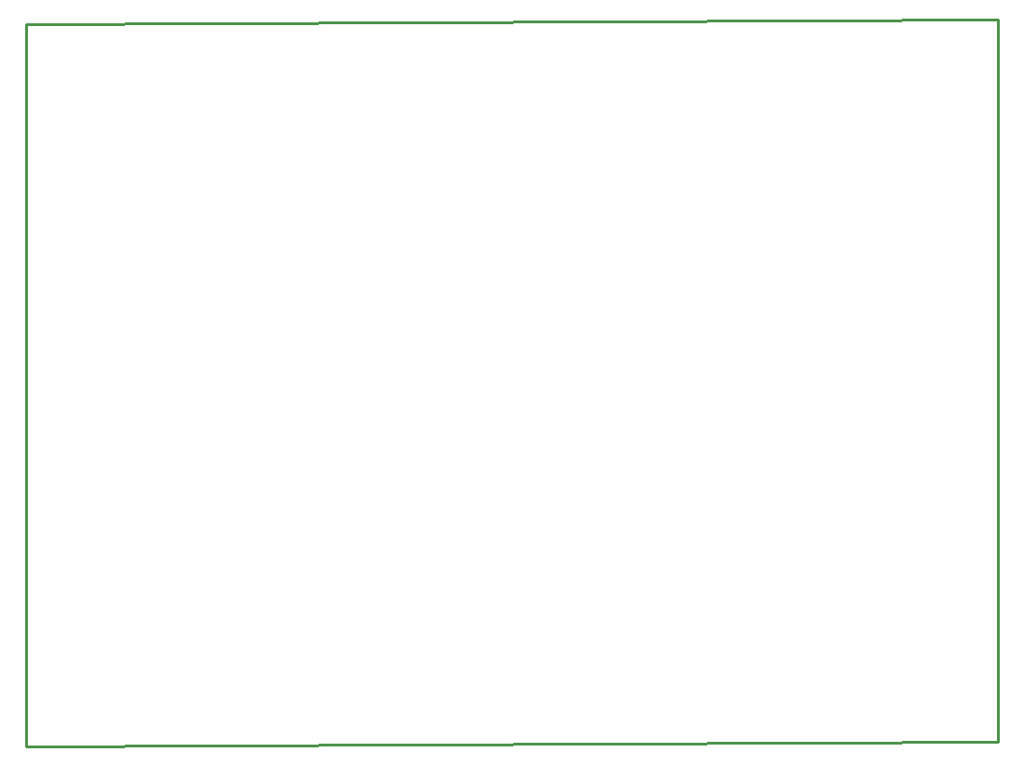
<source format=gbr>
G04 EAGLE Gerber RS-274X export*
G75*
%MOMM*%
%FSLAX34Y34*%
%LPD*%
%IN*%
%IPPOS*%
%AMOC8*
5,1,8,0,0,1.08239X$1,22.5*%
G01*
%ADD10C,0.254000*%


D10*
X-25400Y0D02*
X858320Y3810D01*
X858320Y660910D01*
X-25400Y657100D01*
X-25400Y0D01*
M02*

</source>
